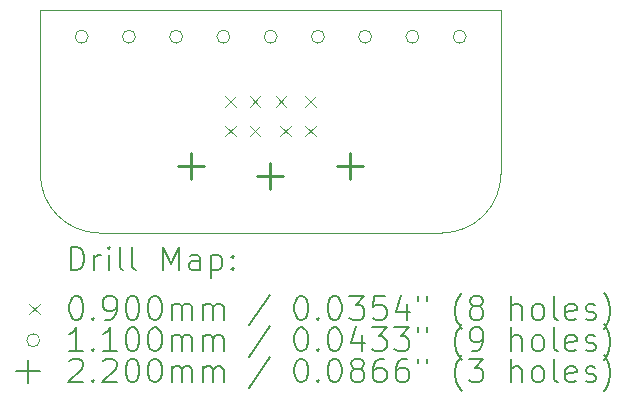
<source format=gbr>
%TF.GenerationSoftware,KiCad,Pcbnew,9.0.6*%
%TF.CreationDate,2026-02-06T14:40:23-05:00*%
%TF.ProjectId,DQ PS2 Controller Adapter,44512050-5332-4204-936f-6e74726f6c6c,1.0*%
%TF.SameCoordinates,Original*%
%TF.FileFunction,Drillmap*%
%TF.FilePolarity,Positive*%
%FSLAX45Y45*%
G04 Gerber Fmt 4.5, Leading zero omitted, Abs format (unit mm)*
G04 Created by KiCad (PCBNEW 9.0.6) date 2026-02-06 14:40:23*
%MOMM*%
%LPD*%
G01*
G04 APERTURE LIST*
%ADD10C,0.100000*%
%ADD11C,0.200000*%
%ADD12C,0.110000*%
%ADD13C,0.220000*%
G04 APERTURE END LIST*
D10*
X17017000Y-10153959D02*
G75*
G02*
X16517000Y-10653960I-500000J-1D01*
G01*
X17017000Y-10153959D02*
X17017000Y-8763000D01*
X13617000Y-10653959D02*
G75*
G02*
X13117001Y-10153959I0J499999D01*
G01*
X13617000Y-10653959D02*
X16517000Y-10653959D01*
X13117000Y-8763000D02*
X13117000Y-10153959D01*
X17017000Y-8763000D02*
X13117000Y-8763000D01*
D11*
D10*
X14680000Y-9495000D02*
X14770000Y-9585000D01*
X14770000Y-9495000D02*
X14680000Y-9585000D01*
X14680000Y-9745000D02*
X14770000Y-9835000D01*
X14770000Y-9745000D02*
X14680000Y-9835000D01*
X14890000Y-9495000D02*
X14980000Y-9585000D01*
X14980000Y-9495000D02*
X14890000Y-9585000D01*
X14890000Y-9745000D02*
X14980000Y-9835000D01*
X14980000Y-9745000D02*
X14890000Y-9835000D01*
X15110000Y-9495000D02*
X15200000Y-9585000D01*
X15200000Y-9495000D02*
X15110000Y-9585000D01*
X15150000Y-9745000D02*
X15240000Y-9835000D01*
X15240000Y-9745000D02*
X15150000Y-9835000D01*
X15360000Y-9495000D02*
X15450000Y-9585000D01*
X15450000Y-9495000D02*
X15360000Y-9585000D01*
X15360000Y-9745000D02*
X15450000Y-9835000D01*
X15450000Y-9745000D02*
X15360000Y-9835000D01*
D12*
X13522000Y-8993000D02*
G75*
G02*
X13412000Y-8993000I-55000J0D01*
G01*
X13412000Y-8993000D02*
G75*
G02*
X13522000Y-8993000I55000J0D01*
G01*
X13922000Y-8993000D02*
G75*
G02*
X13812000Y-8993000I-55000J0D01*
G01*
X13812000Y-8993000D02*
G75*
G02*
X13922000Y-8993000I55000J0D01*
G01*
X14322000Y-8993000D02*
G75*
G02*
X14212000Y-8993000I-55000J0D01*
G01*
X14212000Y-8993000D02*
G75*
G02*
X14322000Y-8993000I55000J0D01*
G01*
X14722000Y-8993000D02*
G75*
G02*
X14612000Y-8993000I-55000J0D01*
G01*
X14612000Y-8993000D02*
G75*
G02*
X14722000Y-8993000I55000J0D01*
G01*
X15122000Y-8993000D02*
G75*
G02*
X15012000Y-8993000I-55000J0D01*
G01*
X15012000Y-8993000D02*
G75*
G02*
X15122000Y-8993000I55000J0D01*
G01*
X15522000Y-8993000D02*
G75*
G02*
X15412000Y-8993000I-55000J0D01*
G01*
X15412000Y-8993000D02*
G75*
G02*
X15522000Y-8993000I55000J0D01*
G01*
X15922000Y-8993000D02*
G75*
G02*
X15812000Y-8993000I-55000J0D01*
G01*
X15812000Y-8993000D02*
G75*
G02*
X15922000Y-8993000I55000J0D01*
G01*
X16322000Y-8993000D02*
G75*
G02*
X16212000Y-8993000I-55000J0D01*
G01*
X16212000Y-8993000D02*
G75*
G02*
X16322000Y-8993000I55000J0D01*
G01*
X16722000Y-8993000D02*
G75*
G02*
X16612000Y-8993000I-55000J0D01*
G01*
X16612000Y-8993000D02*
G75*
G02*
X16722000Y-8993000I55000J0D01*
G01*
D13*
X14390000Y-9980000D02*
X14390000Y-10200000D01*
X14280000Y-10090000D02*
X14500000Y-10090000D01*
X15065000Y-10061000D02*
X15065000Y-10281000D01*
X14955000Y-10171000D02*
X15175000Y-10171000D01*
X15740000Y-9980000D02*
X15740000Y-10200000D01*
X15630000Y-10090000D02*
X15850000Y-10090000D01*
D11*
X13372777Y-10970444D02*
X13372777Y-10770444D01*
X13372777Y-10770444D02*
X13420396Y-10770444D01*
X13420396Y-10770444D02*
X13448967Y-10779968D01*
X13448967Y-10779968D02*
X13468015Y-10799015D01*
X13468015Y-10799015D02*
X13477539Y-10818063D01*
X13477539Y-10818063D02*
X13487062Y-10856158D01*
X13487062Y-10856158D02*
X13487062Y-10884730D01*
X13487062Y-10884730D02*
X13477539Y-10922825D01*
X13477539Y-10922825D02*
X13468015Y-10941872D01*
X13468015Y-10941872D02*
X13448967Y-10960920D01*
X13448967Y-10960920D02*
X13420396Y-10970444D01*
X13420396Y-10970444D02*
X13372777Y-10970444D01*
X13572777Y-10970444D02*
X13572777Y-10837110D01*
X13572777Y-10875206D02*
X13582301Y-10856158D01*
X13582301Y-10856158D02*
X13591824Y-10846634D01*
X13591824Y-10846634D02*
X13610872Y-10837110D01*
X13610872Y-10837110D02*
X13629920Y-10837110D01*
X13696586Y-10970444D02*
X13696586Y-10837110D01*
X13696586Y-10770444D02*
X13687062Y-10779968D01*
X13687062Y-10779968D02*
X13696586Y-10789491D01*
X13696586Y-10789491D02*
X13706110Y-10779968D01*
X13706110Y-10779968D02*
X13696586Y-10770444D01*
X13696586Y-10770444D02*
X13696586Y-10789491D01*
X13820396Y-10970444D02*
X13801348Y-10960920D01*
X13801348Y-10960920D02*
X13791824Y-10941872D01*
X13791824Y-10941872D02*
X13791824Y-10770444D01*
X13925158Y-10970444D02*
X13906110Y-10960920D01*
X13906110Y-10960920D02*
X13896586Y-10941872D01*
X13896586Y-10941872D02*
X13896586Y-10770444D01*
X14153729Y-10970444D02*
X14153729Y-10770444D01*
X14153729Y-10770444D02*
X14220396Y-10913301D01*
X14220396Y-10913301D02*
X14287062Y-10770444D01*
X14287062Y-10770444D02*
X14287062Y-10970444D01*
X14468015Y-10970444D02*
X14468015Y-10865682D01*
X14468015Y-10865682D02*
X14458491Y-10846634D01*
X14458491Y-10846634D02*
X14439443Y-10837110D01*
X14439443Y-10837110D02*
X14401348Y-10837110D01*
X14401348Y-10837110D02*
X14382301Y-10846634D01*
X14468015Y-10960920D02*
X14448967Y-10970444D01*
X14448967Y-10970444D02*
X14401348Y-10970444D01*
X14401348Y-10970444D02*
X14382301Y-10960920D01*
X14382301Y-10960920D02*
X14372777Y-10941872D01*
X14372777Y-10941872D02*
X14372777Y-10922825D01*
X14372777Y-10922825D02*
X14382301Y-10903777D01*
X14382301Y-10903777D02*
X14401348Y-10894253D01*
X14401348Y-10894253D02*
X14448967Y-10894253D01*
X14448967Y-10894253D02*
X14468015Y-10884730D01*
X14563253Y-10837110D02*
X14563253Y-11037110D01*
X14563253Y-10846634D02*
X14582301Y-10837110D01*
X14582301Y-10837110D02*
X14620396Y-10837110D01*
X14620396Y-10837110D02*
X14639443Y-10846634D01*
X14639443Y-10846634D02*
X14648967Y-10856158D01*
X14648967Y-10856158D02*
X14658491Y-10875206D01*
X14658491Y-10875206D02*
X14658491Y-10932349D01*
X14658491Y-10932349D02*
X14648967Y-10951396D01*
X14648967Y-10951396D02*
X14639443Y-10960920D01*
X14639443Y-10960920D02*
X14620396Y-10970444D01*
X14620396Y-10970444D02*
X14582301Y-10970444D01*
X14582301Y-10970444D02*
X14563253Y-10960920D01*
X14744205Y-10951396D02*
X14753729Y-10960920D01*
X14753729Y-10960920D02*
X14744205Y-10970444D01*
X14744205Y-10970444D02*
X14734682Y-10960920D01*
X14734682Y-10960920D02*
X14744205Y-10951396D01*
X14744205Y-10951396D02*
X14744205Y-10970444D01*
X14744205Y-10846634D02*
X14753729Y-10856158D01*
X14753729Y-10856158D02*
X14744205Y-10865682D01*
X14744205Y-10865682D02*
X14734682Y-10856158D01*
X14734682Y-10856158D02*
X14744205Y-10846634D01*
X14744205Y-10846634D02*
X14744205Y-10865682D01*
D10*
X13022000Y-11253960D02*
X13112000Y-11343960D01*
X13112000Y-11253960D02*
X13022000Y-11343960D01*
D11*
X13410872Y-11190444D02*
X13429920Y-11190444D01*
X13429920Y-11190444D02*
X13448967Y-11199968D01*
X13448967Y-11199968D02*
X13458491Y-11209491D01*
X13458491Y-11209491D02*
X13468015Y-11228539D01*
X13468015Y-11228539D02*
X13477539Y-11266634D01*
X13477539Y-11266634D02*
X13477539Y-11314253D01*
X13477539Y-11314253D02*
X13468015Y-11352348D01*
X13468015Y-11352348D02*
X13458491Y-11371396D01*
X13458491Y-11371396D02*
X13448967Y-11380920D01*
X13448967Y-11380920D02*
X13429920Y-11390444D01*
X13429920Y-11390444D02*
X13410872Y-11390444D01*
X13410872Y-11390444D02*
X13391824Y-11380920D01*
X13391824Y-11380920D02*
X13382301Y-11371396D01*
X13382301Y-11371396D02*
X13372777Y-11352348D01*
X13372777Y-11352348D02*
X13363253Y-11314253D01*
X13363253Y-11314253D02*
X13363253Y-11266634D01*
X13363253Y-11266634D02*
X13372777Y-11228539D01*
X13372777Y-11228539D02*
X13382301Y-11209491D01*
X13382301Y-11209491D02*
X13391824Y-11199968D01*
X13391824Y-11199968D02*
X13410872Y-11190444D01*
X13563253Y-11371396D02*
X13572777Y-11380920D01*
X13572777Y-11380920D02*
X13563253Y-11390444D01*
X13563253Y-11390444D02*
X13553729Y-11380920D01*
X13553729Y-11380920D02*
X13563253Y-11371396D01*
X13563253Y-11371396D02*
X13563253Y-11390444D01*
X13668015Y-11390444D02*
X13706110Y-11390444D01*
X13706110Y-11390444D02*
X13725158Y-11380920D01*
X13725158Y-11380920D02*
X13734682Y-11371396D01*
X13734682Y-11371396D02*
X13753729Y-11342825D01*
X13753729Y-11342825D02*
X13763253Y-11304729D01*
X13763253Y-11304729D02*
X13763253Y-11228539D01*
X13763253Y-11228539D02*
X13753729Y-11209491D01*
X13753729Y-11209491D02*
X13744205Y-11199968D01*
X13744205Y-11199968D02*
X13725158Y-11190444D01*
X13725158Y-11190444D02*
X13687062Y-11190444D01*
X13687062Y-11190444D02*
X13668015Y-11199968D01*
X13668015Y-11199968D02*
X13658491Y-11209491D01*
X13658491Y-11209491D02*
X13648967Y-11228539D01*
X13648967Y-11228539D02*
X13648967Y-11276158D01*
X13648967Y-11276158D02*
X13658491Y-11295206D01*
X13658491Y-11295206D02*
X13668015Y-11304729D01*
X13668015Y-11304729D02*
X13687062Y-11314253D01*
X13687062Y-11314253D02*
X13725158Y-11314253D01*
X13725158Y-11314253D02*
X13744205Y-11304729D01*
X13744205Y-11304729D02*
X13753729Y-11295206D01*
X13753729Y-11295206D02*
X13763253Y-11276158D01*
X13887062Y-11190444D02*
X13906110Y-11190444D01*
X13906110Y-11190444D02*
X13925158Y-11199968D01*
X13925158Y-11199968D02*
X13934682Y-11209491D01*
X13934682Y-11209491D02*
X13944205Y-11228539D01*
X13944205Y-11228539D02*
X13953729Y-11266634D01*
X13953729Y-11266634D02*
X13953729Y-11314253D01*
X13953729Y-11314253D02*
X13944205Y-11352348D01*
X13944205Y-11352348D02*
X13934682Y-11371396D01*
X13934682Y-11371396D02*
X13925158Y-11380920D01*
X13925158Y-11380920D02*
X13906110Y-11390444D01*
X13906110Y-11390444D02*
X13887062Y-11390444D01*
X13887062Y-11390444D02*
X13868015Y-11380920D01*
X13868015Y-11380920D02*
X13858491Y-11371396D01*
X13858491Y-11371396D02*
X13848967Y-11352348D01*
X13848967Y-11352348D02*
X13839443Y-11314253D01*
X13839443Y-11314253D02*
X13839443Y-11266634D01*
X13839443Y-11266634D02*
X13848967Y-11228539D01*
X13848967Y-11228539D02*
X13858491Y-11209491D01*
X13858491Y-11209491D02*
X13868015Y-11199968D01*
X13868015Y-11199968D02*
X13887062Y-11190444D01*
X14077539Y-11190444D02*
X14096586Y-11190444D01*
X14096586Y-11190444D02*
X14115634Y-11199968D01*
X14115634Y-11199968D02*
X14125158Y-11209491D01*
X14125158Y-11209491D02*
X14134682Y-11228539D01*
X14134682Y-11228539D02*
X14144205Y-11266634D01*
X14144205Y-11266634D02*
X14144205Y-11314253D01*
X14144205Y-11314253D02*
X14134682Y-11352348D01*
X14134682Y-11352348D02*
X14125158Y-11371396D01*
X14125158Y-11371396D02*
X14115634Y-11380920D01*
X14115634Y-11380920D02*
X14096586Y-11390444D01*
X14096586Y-11390444D02*
X14077539Y-11390444D01*
X14077539Y-11390444D02*
X14058491Y-11380920D01*
X14058491Y-11380920D02*
X14048967Y-11371396D01*
X14048967Y-11371396D02*
X14039443Y-11352348D01*
X14039443Y-11352348D02*
X14029920Y-11314253D01*
X14029920Y-11314253D02*
X14029920Y-11266634D01*
X14029920Y-11266634D02*
X14039443Y-11228539D01*
X14039443Y-11228539D02*
X14048967Y-11209491D01*
X14048967Y-11209491D02*
X14058491Y-11199968D01*
X14058491Y-11199968D02*
X14077539Y-11190444D01*
X14229920Y-11390444D02*
X14229920Y-11257110D01*
X14229920Y-11276158D02*
X14239443Y-11266634D01*
X14239443Y-11266634D02*
X14258491Y-11257110D01*
X14258491Y-11257110D02*
X14287063Y-11257110D01*
X14287063Y-11257110D02*
X14306110Y-11266634D01*
X14306110Y-11266634D02*
X14315634Y-11285682D01*
X14315634Y-11285682D02*
X14315634Y-11390444D01*
X14315634Y-11285682D02*
X14325158Y-11266634D01*
X14325158Y-11266634D02*
X14344205Y-11257110D01*
X14344205Y-11257110D02*
X14372777Y-11257110D01*
X14372777Y-11257110D02*
X14391824Y-11266634D01*
X14391824Y-11266634D02*
X14401348Y-11285682D01*
X14401348Y-11285682D02*
X14401348Y-11390444D01*
X14496586Y-11390444D02*
X14496586Y-11257110D01*
X14496586Y-11276158D02*
X14506110Y-11266634D01*
X14506110Y-11266634D02*
X14525158Y-11257110D01*
X14525158Y-11257110D02*
X14553729Y-11257110D01*
X14553729Y-11257110D02*
X14572777Y-11266634D01*
X14572777Y-11266634D02*
X14582301Y-11285682D01*
X14582301Y-11285682D02*
X14582301Y-11390444D01*
X14582301Y-11285682D02*
X14591824Y-11266634D01*
X14591824Y-11266634D02*
X14610872Y-11257110D01*
X14610872Y-11257110D02*
X14639443Y-11257110D01*
X14639443Y-11257110D02*
X14658491Y-11266634D01*
X14658491Y-11266634D02*
X14668015Y-11285682D01*
X14668015Y-11285682D02*
X14668015Y-11390444D01*
X15058491Y-11180920D02*
X14887063Y-11438063D01*
X15315634Y-11190444D02*
X15334682Y-11190444D01*
X15334682Y-11190444D02*
X15353729Y-11199968D01*
X15353729Y-11199968D02*
X15363253Y-11209491D01*
X15363253Y-11209491D02*
X15372777Y-11228539D01*
X15372777Y-11228539D02*
X15382301Y-11266634D01*
X15382301Y-11266634D02*
X15382301Y-11314253D01*
X15382301Y-11314253D02*
X15372777Y-11352348D01*
X15372777Y-11352348D02*
X15363253Y-11371396D01*
X15363253Y-11371396D02*
X15353729Y-11380920D01*
X15353729Y-11380920D02*
X15334682Y-11390444D01*
X15334682Y-11390444D02*
X15315634Y-11390444D01*
X15315634Y-11390444D02*
X15296586Y-11380920D01*
X15296586Y-11380920D02*
X15287063Y-11371396D01*
X15287063Y-11371396D02*
X15277539Y-11352348D01*
X15277539Y-11352348D02*
X15268015Y-11314253D01*
X15268015Y-11314253D02*
X15268015Y-11266634D01*
X15268015Y-11266634D02*
X15277539Y-11228539D01*
X15277539Y-11228539D02*
X15287063Y-11209491D01*
X15287063Y-11209491D02*
X15296586Y-11199968D01*
X15296586Y-11199968D02*
X15315634Y-11190444D01*
X15468015Y-11371396D02*
X15477539Y-11380920D01*
X15477539Y-11380920D02*
X15468015Y-11390444D01*
X15468015Y-11390444D02*
X15458491Y-11380920D01*
X15458491Y-11380920D02*
X15468015Y-11371396D01*
X15468015Y-11371396D02*
X15468015Y-11390444D01*
X15601348Y-11190444D02*
X15620396Y-11190444D01*
X15620396Y-11190444D02*
X15639444Y-11199968D01*
X15639444Y-11199968D02*
X15648967Y-11209491D01*
X15648967Y-11209491D02*
X15658491Y-11228539D01*
X15658491Y-11228539D02*
X15668015Y-11266634D01*
X15668015Y-11266634D02*
X15668015Y-11314253D01*
X15668015Y-11314253D02*
X15658491Y-11352348D01*
X15658491Y-11352348D02*
X15648967Y-11371396D01*
X15648967Y-11371396D02*
X15639444Y-11380920D01*
X15639444Y-11380920D02*
X15620396Y-11390444D01*
X15620396Y-11390444D02*
X15601348Y-11390444D01*
X15601348Y-11390444D02*
X15582301Y-11380920D01*
X15582301Y-11380920D02*
X15572777Y-11371396D01*
X15572777Y-11371396D02*
X15563253Y-11352348D01*
X15563253Y-11352348D02*
X15553729Y-11314253D01*
X15553729Y-11314253D02*
X15553729Y-11266634D01*
X15553729Y-11266634D02*
X15563253Y-11228539D01*
X15563253Y-11228539D02*
X15572777Y-11209491D01*
X15572777Y-11209491D02*
X15582301Y-11199968D01*
X15582301Y-11199968D02*
X15601348Y-11190444D01*
X15734682Y-11190444D02*
X15858491Y-11190444D01*
X15858491Y-11190444D02*
X15791825Y-11266634D01*
X15791825Y-11266634D02*
X15820396Y-11266634D01*
X15820396Y-11266634D02*
X15839444Y-11276158D01*
X15839444Y-11276158D02*
X15848967Y-11285682D01*
X15848967Y-11285682D02*
X15858491Y-11304729D01*
X15858491Y-11304729D02*
X15858491Y-11352348D01*
X15858491Y-11352348D02*
X15848967Y-11371396D01*
X15848967Y-11371396D02*
X15839444Y-11380920D01*
X15839444Y-11380920D02*
X15820396Y-11390444D01*
X15820396Y-11390444D02*
X15763253Y-11390444D01*
X15763253Y-11390444D02*
X15744206Y-11380920D01*
X15744206Y-11380920D02*
X15734682Y-11371396D01*
X16039444Y-11190444D02*
X15944206Y-11190444D01*
X15944206Y-11190444D02*
X15934682Y-11285682D01*
X15934682Y-11285682D02*
X15944206Y-11276158D01*
X15944206Y-11276158D02*
X15963253Y-11266634D01*
X15963253Y-11266634D02*
X16010872Y-11266634D01*
X16010872Y-11266634D02*
X16029920Y-11276158D01*
X16029920Y-11276158D02*
X16039444Y-11285682D01*
X16039444Y-11285682D02*
X16048967Y-11304729D01*
X16048967Y-11304729D02*
X16048967Y-11352348D01*
X16048967Y-11352348D02*
X16039444Y-11371396D01*
X16039444Y-11371396D02*
X16029920Y-11380920D01*
X16029920Y-11380920D02*
X16010872Y-11390444D01*
X16010872Y-11390444D02*
X15963253Y-11390444D01*
X15963253Y-11390444D02*
X15944206Y-11380920D01*
X15944206Y-11380920D02*
X15934682Y-11371396D01*
X16220396Y-11257110D02*
X16220396Y-11390444D01*
X16172777Y-11180920D02*
X16125158Y-11323777D01*
X16125158Y-11323777D02*
X16248967Y-11323777D01*
X16315634Y-11190444D02*
X16315634Y-11228539D01*
X16391825Y-11190444D02*
X16391825Y-11228539D01*
X16687063Y-11466634D02*
X16677539Y-11457110D01*
X16677539Y-11457110D02*
X16658491Y-11428539D01*
X16658491Y-11428539D02*
X16648968Y-11409491D01*
X16648968Y-11409491D02*
X16639444Y-11380920D01*
X16639444Y-11380920D02*
X16629920Y-11333301D01*
X16629920Y-11333301D02*
X16629920Y-11295206D01*
X16629920Y-11295206D02*
X16639444Y-11247587D01*
X16639444Y-11247587D02*
X16648968Y-11219015D01*
X16648968Y-11219015D02*
X16658491Y-11199968D01*
X16658491Y-11199968D02*
X16677539Y-11171396D01*
X16677539Y-11171396D02*
X16687063Y-11161872D01*
X16791825Y-11276158D02*
X16772777Y-11266634D01*
X16772777Y-11266634D02*
X16763253Y-11257110D01*
X16763253Y-11257110D02*
X16753729Y-11238063D01*
X16753729Y-11238063D02*
X16753729Y-11228539D01*
X16753729Y-11228539D02*
X16763253Y-11209491D01*
X16763253Y-11209491D02*
X16772777Y-11199968D01*
X16772777Y-11199968D02*
X16791825Y-11190444D01*
X16791825Y-11190444D02*
X16829920Y-11190444D01*
X16829920Y-11190444D02*
X16848968Y-11199968D01*
X16848968Y-11199968D02*
X16858491Y-11209491D01*
X16858491Y-11209491D02*
X16868015Y-11228539D01*
X16868015Y-11228539D02*
X16868015Y-11238063D01*
X16868015Y-11238063D02*
X16858491Y-11257110D01*
X16858491Y-11257110D02*
X16848968Y-11266634D01*
X16848968Y-11266634D02*
X16829920Y-11276158D01*
X16829920Y-11276158D02*
X16791825Y-11276158D01*
X16791825Y-11276158D02*
X16772777Y-11285682D01*
X16772777Y-11285682D02*
X16763253Y-11295206D01*
X16763253Y-11295206D02*
X16753729Y-11314253D01*
X16753729Y-11314253D02*
X16753729Y-11352348D01*
X16753729Y-11352348D02*
X16763253Y-11371396D01*
X16763253Y-11371396D02*
X16772777Y-11380920D01*
X16772777Y-11380920D02*
X16791825Y-11390444D01*
X16791825Y-11390444D02*
X16829920Y-11390444D01*
X16829920Y-11390444D02*
X16848968Y-11380920D01*
X16848968Y-11380920D02*
X16858491Y-11371396D01*
X16858491Y-11371396D02*
X16868015Y-11352348D01*
X16868015Y-11352348D02*
X16868015Y-11314253D01*
X16868015Y-11314253D02*
X16858491Y-11295206D01*
X16858491Y-11295206D02*
X16848968Y-11285682D01*
X16848968Y-11285682D02*
X16829920Y-11276158D01*
X17106111Y-11390444D02*
X17106111Y-11190444D01*
X17191825Y-11390444D02*
X17191825Y-11285682D01*
X17191825Y-11285682D02*
X17182301Y-11266634D01*
X17182301Y-11266634D02*
X17163253Y-11257110D01*
X17163253Y-11257110D02*
X17134682Y-11257110D01*
X17134682Y-11257110D02*
X17115634Y-11266634D01*
X17115634Y-11266634D02*
X17106111Y-11276158D01*
X17315634Y-11390444D02*
X17296587Y-11380920D01*
X17296587Y-11380920D02*
X17287063Y-11371396D01*
X17287063Y-11371396D02*
X17277539Y-11352348D01*
X17277539Y-11352348D02*
X17277539Y-11295206D01*
X17277539Y-11295206D02*
X17287063Y-11276158D01*
X17287063Y-11276158D02*
X17296587Y-11266634D01*
X17296587Y-11266634D02*
X17315634Y-11257110D01*
X17315634Y-11257110D02*
X17344206Y-11257110D01*
X17344206Y-11257110D02*
X17363253Y-11266634D01*
X17363253Y-11266634D02*
X17372777Y-11276158D01*
X17372777Y-11276158D02*
X17382301Y-11295206D01*
X17382301Y-11295206D02*
X17382301Y-11352348D01*
X17382301Y-11352348D02*
X17372777Y-11371396D01*
X17372777Y-11371396D02*
X17363253Y-11380920D01*
X17363253Y-11380920D02*
X17344206Y-11390444D01*
X17344206Y-11390444D02*
X17315634Y-11390444D01*
X17496587Y-11390444D02*
X17477539Y-11380920D01*
X17477539Y-11380920D02*
X17468015Y-11361872D01*
X17468015Y-11361872D02*
X17468015Y-11190444D01*
X17648968Y-11380920D02*
X17629920Y-11390444D01*
X17629920Y-11390444D02*
X17591825Y-11390444D01*
X17591825Y-11390444D02*
X17572777Y-11380920D01*
X17572777Y-11380920D02*
X17563253Y-11361872D01*
X17563253Y-11361872D02*
X17563253Y-11285682D01*
X17563253Y-11285682D02*
X17572777Y-11266634D01*
X17572777Y-11266634D02*
X17591825Y-11257110D01*
X17591825Y-11257110D02*
X17629920Y-11257110D01*
X17629920Y-11257110D02*
X17648968Y-11266634D01*
X17648968Y-11266634D02*
X17658492Y-11285682D01*
X17658492Y-11285682D02*
X17658492Y-11304729D01*
X17658492Y-11304729D02*
X17563253Y-11323777D01*
X17734682Y-11380920D02*
X17753730Y-11390444D01*
X17753730Y-11390444D02*
X17791825Y-11390444D01*
X17791825Y-11390444D02*
X17810873Y-11380920D01*
X17810873Y-11380920D02*
X17820396Y-11361872D01*
X17820396Y-11361872D02*
X17820396Y-11352348D01*
X17820396Y-11352348D02*
X17810873Y-11333301D01*
X17810873Y-11333301D02*
X17791825Y-11323777D01*
X17791825Y-11323777D02*
X17763253Y-11323777D01*
X17763253Y-11323777D02*
X17744206Y-11314253D01*
X17744206Y-11314253D02*
X17734682Y-11295206D01*
X17734682Y-11295206D02*
X17734682Y-11285682D01*
X17734682Y-11285682D02*
X17744206Y-11266634D01*
X17744206Y-11266634D02*
X17763253Y-11257110D01*
X17763253Y-11257110D02*
X17791825Y-11257110D01*
X17791825Y-11257110D02*
X17810873Y-11266634D01*
X17887063Y-11466634D02*
X17896587Y-11457110D01*
X17896587Y-11457110D02*
X17915634Y-11428539D01*
X17915634Y-11428539D02*
X17925158Y-11409491D01*
X17925158Y-11409491D02*
X17934682Y-11380920D01*
X17934682Y-11380920D02*
X17944206Y-11333301D01*
X17944206Y-11333301D02*
X17944206Y-11295206D01*
X17944206Y-11295206D02*
X17934682Y-11247587D01*
X17934682Y-11247587D02*
X17925158Y-11219015D01*
X17925158Y-11219015D02*
X17915634Y-11199968D01*
X17915634Y-11199968D02*
X17896587Y-11171396D01*
X17896587Y-11171396D02*
X17887063Y-11161872D01*
D12*
X13112000Y-11562960D02*
G75*
G02*
X13002000Y-11562960I-55000J0D01*
G01*
X13002000Y-11562960D02*
G75*
G02*
X13112000Y-11562960I55000J0D01*
G01*
D11*
X13477539Y-11654444D02*
X13363253Y-11654444D01*
X13420396Y-11654444D02*
X13420396Y-11454444D01*
X13420396Y-11454444D02*
X13401348Y-11483015D01*
X13401348Y-11483015D02*
X13382301Y-11502063D01*
X13382301Y-11502063D02*
X13363253Y-11511587D01*
X13563253Y-11635396D02*
X13572777Y-11644920D01*
X13572777Y-11644920D02*
X13563253Y-11654444D01*
X13563253Y-11654444D02*
X13553729Y-11644920D01*
X13553729Y-11644920D02*
X13563253Y-11635396D01*
X13563253Y-11635396D02*
X13563253Y-11654444D01*
X13763253Y-11654444D02*
X13648967Y-11654444D01*
X13706110Y-11654444D02*
X13706110Y-11454444D01*
X13706110Y-11454444D02*
X13687062Y-11483015D01*
X13687062Y-11483015D02*
X13668015Y-11502063D01*
X13668015Y-11502063D02*
X13648967Y-11511587D01*
X13887062Y-11454444D02*
X13906110Y-11454444D01*
X13906110Y-11454444D02*
X13925158Y-11463968D01*
X13925158Y-11463968D02*
X13934682Y-11473491D01*
X13934682Y-11473491D02*
X13944205Y-11492539D01*
X13944205Y-11492539D02*
X13953729Y-11530634D01*
X13953729Y-11530634D02*
X13953729Y-11578253D01*
X13953729Y-11578253D02*
X13944205Y-11616348D01*
X13944205Y-11616348D02*
X13934682Y-11635396D01*
X13934682Y-11635396D02*
X13925158Y-11644920D01*
X13925158Y-11644920D02*
X13906110Y-11654444D01*
X13906110Y-11654444D02*
X13887062Y-11654444D01*
X13887062Y-11654444D02*
X13868015Y-11644920D01*
X13868015Y-11644920D02*
X13858491Y-11635396D01*
X13858491Y-11635396D02*
X13848967Y-11616348D01*
X13848967Y-11616348D02*
X13839443Y-11578253D01*
X13839443Y-11578253D02*
X13839443Y-11530634D01*
X13839443Y-11530634D02*
X13848967Y-11492539D01*
X13848967Y-11492539D02*
X13858491Y-11473491D01*
X13858491Y-11473491D02*
X13868015Y-11463968D01*
X13868015Y-11463968D02*
X13887062Y-11454444D01*
X14077539Y-11454444D02*
X14096586Y-11454444D01*
X14096586Y-11454444D02*
X14115634Y-11463968D01*
X14115634Y-11463968D02*
X14125158Y-11473491D01*
X14125158Y-11473491D02*
X14134682Y-11492539D01*
X14134682Y-11492539D02*
X14144205Y-11530634D01*
X14144205Y-11530634D02*
X14144205Y-11578253D01*
X14144205Y-11578253D02*
X14134682Y-11616348D01*
X14134682Y-11616348D02*
X14125158Y-11635396D01*
X14125158Y-11635396D02*
X14115634Y-11644920D01*
X14115634Y-11644920D02*
X14096586Y-11654444D01*
X14096586Y-11654444D02*
X14077539Y-11654444D01*
X14077539Y-11654444D02*
X14058491Y-11644920D01*
X14058491Y-11644920D02*
X14048967Y-11635396D01*
X14048967Y-11635396D02*
X14039443Y-11616348D01*
X14039443Y-11616348D02*
X14029920Y-11578253D01*
X14029920Y-11578253D02*
X14029920Y-11530634D01*
X14029920Y-11530634D02*
X14039443Y-11492539D01*
X14039443Y-11492539D02*
X14048967Y-11473491D01*
X14048967Y-11473491D02*
X14058491Y-11463968D01*
X14058491Y-11463968D02*
X14077539Y-11454444D01*
X14229920Y-11654444D02*
X14229920Y-11521110D01*
X14229920Y-11540158D02*
X14239443Y-11530634D01*
X14239443Y-11530634D02*
X14258491Y-11521110D01*
X14258491Y-11521110D02*
X14287063Y-11521110D01*
X14287063Y-11521110D02*
X14306110Y-11530634D01*
X14306110Y-11530634D02*
X14315634Y-11549682D01*
X14315634Y-11549682D02*
X14315634Y-11654444D01*
X14315634Y-11549682D02*
X14325158Y-11530634D01*
X14325158Y-11530634D02*
X14344205Y-11521110D01*
X14344205Y-11521110D02*
X14372777Y-11521110D01*
X14372777Y-11521110D02*
X14391824Y-11530634D01*
X14391824Y-11530634D02*
X14401348Y-11549682D01*
X14401348Y-11549682D02*
X14401348Y-11654444D01*
X14496586Y-11654444D02*
X14496586Y-11521110D01*
X14496586Y-11540158D02*
X14506110Y-11530634D01*
X14506110Y-11530634D02*
X14525158Y-11521110D01*
X14525158Y-11521110D02*
X14553729Y-11521110D01*
X14553729Y-11521110D02*
X14572777Y-11530634D01*
X14572777Y-11530634D02*
X14582301Y-11549682D01*
X14582301Y-11549682D02*
X14582301Y-11654444D01*
X14582301Y-11549682D02*
X14591824Y-11530634D01*
X14591824Y-11530634D02*
X14610872Y-11521110D01*
X14610872Y-11521110D02*
X14639443Y-11521110D01*
X14639443Y-11521110D02*
X14658491Y-11530634D01*
X14658491Y-11530634D02*
X14668015Y-11549682D01*
X14668015Y-11549682D02*
X14668015Y-11654444D01*
X15058491Y-11444920D02*
X14887063Y-11702063D01*
X15315634Y-11454444D02*
X15334682Y-11454444D01*
X15334682Y-11454444D02*
X15353729Y-11463968D01*
X15353729Y-11463968D02*
X15363253Y-11473491D01*
X15363253Y-11473491D02*
X15372777Y-11492539D01*
X15372777Y-11492539D02*
X15382301Y-11530634D01*
X15382301Y-11530634D02*
X15382301Y-11578253D01*
X15382301Y-11578253D02*
X15372777Y-11616348D01*
X15372777Y-11616348D02*
X15363253Y-11635396D01*
X15363253Y-11635396D02*
X15353729Y-11644920D01*
X15353729Y-11644920D02*
X15334682Y-11654444D01*
X15334682Y-11654444D02*
X15315634Y-11654444D01*
X15315634Y-11654444D02*
X15296586Y-11644920D01*
X15296586Y-11644920D02*
X15287063Y-11635396D01*
X15287063Y-11635396D02*
X15277539Y-11616348D01*
X15277539Y-11616348D02*
X15268015Y-11578253D01*
X15268015Y-11578253D02*
X15268015Y-11530634D01*
X15268015Y-11530634D02*
X15277539Y-11492539D01*
X15277539Y-11492539D02*
X15287063Y-11473491D01*
X15287063Y-11473491D02*
X15296586Y-11463968D01*
X15296586Y-11463968D02*
X15315634Y-11454444D01*
X15468015Y-11635396D02*
X15477539Y-11644920D01*
X15477539Y-11644920D02*
X15468015Y-11654444D01*
X15468015Y-11654444D02*
X15458491Y-11644920D01*
X15458491Y-11644920D02*
X15468015Y-11635396D01*
X15468015Y-11635396D02*
X15468015Y-11654444D01*
X15601348Y-11454444D02*
X15620396Y-11454444D01*
X15620396Y-11454444D02*
X15639444Y-11463968D01*
X15639444Y-11463968D02*
X15648967Y-11473491D01*
X15648967Y-11473491D02*
X15658491Y-11492539D01*
X15658491Y-11492539D02*
X15668015Y-11530634D01*
X15668015Y-11530634D02*
X15668015Y-11578253D01*
X15668015Y-11578253D02*
X15658491Y-11616348D01*
X15658491Y-11616348D02*
X15648967Y-11635396D01*
X15648967Y-11635396D02*
X15639444Y-11644920D01*
X15639444Y-11644920D02*
X15620396Y-11654444D01*
X15620396Y-11654444D02*
X15601348Y-11654444D01*
X15601348Y-11654444D02*
X15582301Y-11644920D01*
X15582301Y-11644920D02*
X15572777Y-11635396D01*
X15572777Y-11635396D02*
X15563253Y-11616348D01*
X15563253Y-11616348D02*
X15553729Y-11578253D01*
X15553729Y-11578253D02*
X15553729Y-11530634D01*
X15553729Y-11530634D02*
X15563253Y-11492539D01*
X15563253Y-11492539D02*
X15572777Y-11473491D01*
X15572777Y-11473491D02*
X15582301Y-11463968D01*
X15582301Y-11463968D02*
X15601348Y-11454444D01*
X15839444Y-11521110D02*
X15839444Y-11654444D01*
X15791825Y-11444920D02*
X15744206Y-11587777D01*
X15744206Y-11587777D02*
X15868015Y-11587777D01*
X15925158Y-11454444D02*
X16048967Y-11454444D01*
X16048967Y-11454444D02*
X15982301Y-11530634D01*
X15982301Y-11530634D02*
X16010872Y-11530634D01*
X16010872Y-11530634D02*
X16029920Y-11540158D01*
X16029920Y-11540158D02*
X16039444Y-11549682D01*
X16039444Y-11549682D02*
X16048967Y-11568729D01*
X16048967Y-11568729D02*
X16048967Y-11616348D01*
X16048967Y-11616348D02*
X16039444Y-11635396D01*
X16039444Y-11635396D02*
X16029920Y-11644920D01*
X16029920Y-11644920D02*
X16010872Y-11654444D01*
X16010872Y-11654444D02*
X15953729Y-11654444D01*
X15953729Y-11654444D02*
X15934682Y-11644920D01*
X15934682Y-11644920D02*
X15925158Y-11635396D01*
X16115634Y-11454444D02*
X16239444Y-11454444D01*
X16239444Y-11454444D02*
X16172777Y-11530634D01*
X16172777Y-11530634D02*
X16201348Y-11530634D01*
X16201348Y-11530634D02*
X16220396Y-11540158D01*
X16220396Y-11540158D02*
X16229920Y-11549682D01*
X16229920Y-11549682D02*
X16239444Y-11568729D01*
X16239444Y-11568729D02*
X16239444Y-11616348D01*
X16239444Y-11616348D02*
X16229920Y-11635396D01*
X16229920Y-11635396D02*
X16220396Y-11644920D01*
X16220396Y-11644920D02*
X16201348Y-11654444D01*
X16201348Y-11654444D02*
X16144206Y-11654444D01*
X16144206Y-11654444D02*
X16125158Y-11644920D01*
X16125158Y-11644920D02*
X16115634Y-11635396D01*
X16315634Y-11454444D02*
X16315634Y-11492539D01*
X16391825Y-11454444D02*
X16391825Y-11492539D01*
X16687063Y-11730634D02*
X16677539Y-11721110D01*
X16677539Y-11721110D02*
X16658491Y-11692539D01*
X16658491Y-11692539D02*
X16648968Y-11673491D01*
X16648968Y-11673491D02*
X16639444Y-11644920D01*
X16639444Y-11644920D02*
X16629920Y-11597301D01*
X16629920Y-11597301D02*
X16629920Y-11559206D01*
X16629920Y-11559206D02*
X16639444Y-11511587D01*
X16639444Y-11511587D02*
X16648968Y-11483015D01*
X16648968Y-11483015D02*
X16658491Y-11463968D01*
X16658491Y-11463968D02*
X16677539Y-11435396D01*
X16677539Y-11435396D02*
X16687063Y-11425872D01*
X16772777Y-11654444D02*
X16810872Y-11654444D01*
X16810872Y-11654444D02*
X16829920Y-11644920D01*
X16829920Y-11644920D02*
X16839444Y-11635396D01*
X16839444Y-11635396D02*
X16858491Y-11606825D01*
X16858491Y-11606825D02*
X16868015Y-11568729D01*
X16868015Y-11568729D02*
X16868015Y-11492539D01*
X16868015Y-11492539D02*
X16858491Y-11473491D01*
X16858491Y-11473491D02*
X16848968Y-11463968D01*
X16848968Y-11463968D02*
X16829920Y-11454444D01*
X16829920Y-11454444D02*
X16791825Y-11454444D01*
X16791825Y-11454444D02*
X16772777Y-11463968D01*
X16772777Y-11463968D02*
X16763253Y-11473491D01*
X16763253Y-11473491D02*
X16753729Y-11492539D01*
X16753729Y-11492539D02*
X16753729Y-11540158D01*
X16753729Y-11540158D02*
X16763253Y-11559206D01*
X16763253Y-11559206D02*
X16772777Y-11568729D01*
X16772777Y-11568729D02*
X16791825Y-11578253D01*
X16791825Y-11578253D02*
X16829920Y-11578253D01*
X16829920Y-11578253D02*
X16848968Y-11568729D01*
X16848968Y-11568729D02*
X16858491Y-11559206D01*
X16858491Y-11559206D02*
X16868015Y-11540158D01*
X17106111Y-11654444D02*
X17106111Y-11454444D01*
X17191825Y-11654444D02*
X17191825Y-11549682D01*
X17191825Y-11549682D02*
X17182301Y-11530634D01*
X17182301Y-11530634D02*
X17163253Y-11521110D01*
X17163253Y-11521110D02*
X17134682Y-11521110D01*
X17134682Y-11521110D02*
X17115634Y-11530634D01*
X17115634Y-11530634D02*
X17106111Y-11540158D01*
X17315634Y-11654444D02*
X17296587Y-11644920D01*
X17296587Y-11644920D02*
X17287063Y-11635396D01*
X17287063Y-11635396D02*
X17277539Y-11616348D01*
X17277539Y-11616348D02*
X17277539Y-11559206D01*
X17277539Y-11559206D02*
X17287063Y-11540158D01*
X17287063Y-11540158D02*
X17296587Y-11530634D01*
X17296587Y-11530634D02*
X17315634Y-11521110D01*
X17315634Y-11521110D02*
X17344206Y-11521110D01*
X17344206Y-11521110D02*
X17363253Y-11530634D01*
X17363253Y-11530634D02*
X17372777Y-11540158D01*
X17372777Y-11540158D02*
X17382301Y-11559206D01*
X17382301Y-11559206D02*
X17382301Y-11616348D01*
X17382301Y-11616348D02*
X17372777Y-11635396D01*
X17372777Y-11635396D02*
X17363253Y-11644920D01*
X17363253Y-11644920D02*
X17344206Y-11654444D01*
X17344206Y-11654444D02*
X17315634Y-11654444D01*
X17496587Y-11654444D02*
X17477539Y-11644920D01*
X17477539Y-11644920D02*
X17468015Y-11625872D01*
X17468015Y-11625872D02*
X17468015Y-11454444D01*
X17648968Y-11644920D02*
X17629920Y-11654444D01*
X17629920Y-11654444D02*
X17591825Y-11654444D01*
X17591825Y-11654444D02*
X17572777Y-11644920D01*
X17572777Y-11644920D02*
X17563253Y-11625872D01*
X17563253Y-11625872D02*
X17563253Y-11549682D01*
X17563253Y-11549682D02*
X17572777Y-11530634D01*
X17572777Y-11530634D02*
X17591825Y-11521110D01*
X17591825Y-11521110D02*
X17629920Y-11521110D01*
X17629920Y-11521110D02*
X17648968Y-11530634D01*
X17648968Y-11530634D02*
X17658492Y-11549682D01*
X17658492Y-11549682D02*
X17658492Y-11568729D01*
X17658492Y-11568729D02*
X17563253Y-11587777D01*
X17734682Y-11644920D02*
X17753730Y-11654444D01*
X17753730Y-11654444D02*
X17791825Y-11654444D01*
X17791825Y-11654444D02*
X17810873Y-11644920D01*
X17810873Y-11644920D02*
X17820396Y-11625872D01*
X17820396Y-11625872D02*
X17820396Y-11616348D01*
X17820396Y-11616348D02*
X17810873Y-11597301D01*
X17810873Y-11597301D02*
X17791825Y-11587777D01*
X17791825Y-11587777D02*
X17763253Y-11587777D01*
X17763253Y-11587777D02*
X17744206Y-11578253D01*
X17744206Y-11578253D02*
X17734682Y-11559206D01*
X17734682Y-11559206D02*
X17734682Y-11549682D01*
X17734682Y-11549682D02*
X17744206Y-11530634D01*
X17744206Y-11530634D02*
X17763253Y-11521110D01*
X17763253Y-11521110D02*
X17791825Y-11521110D01*
X17791825Y-11521110D02*
X17810873Y-11530634D01*
X17887063Y-11730634D02*
X17896587Y-11721110D01*
X17896587Y-11721110D02*
X17915634Y-11692539D01*
X17915634Y-11692539D02*
X17925158Y-11673491D01*
X17925158Y-11673491D02*
X17934682Y-11644920D01*
X17934682Y-11644920D02*
X17944206Y-11597301D01*
X17944206Y-11597301D02*
X17944206Y-11559206D01*
X17944206Y-11559206D02*
X17934682Y-11511587D01*
X17934682Y-11511587D02*
X17925158Y-11483015D01*
X17925158Y-11483015D02*
X17915634Y-11463968D01*
X17915634Y-11463968D02*
X17896587Y-11435396D01*
X17896587Y-11435396D02*
X17887063Y-11425872D01*
X13012000Y-11726960D02*
X13012000Y-11926960D01*
X12912000Y-11826960D02*
X13112000Y-11826960D01*
X13363253Y-11737491D02*
X13372777Y-11727968D01*
X13372777Y-11727968D02*
X13391824Y-11718444D01*
X13391824Y-11718444D02*
X13439443Y-11718444D01*
X13439443Y-11718444D02*
X13458491Y-11727968D01*
X13458491Y-11727968D02*
X13468015Y-11737491D01*
X13468015Y-11737491D02*
X13477539Y-11756539D01*
X13477539Y-11756539D02*
X13477539Y-11775587D01*
X13477539Y-11775587D02*
X13468015Y-11804158D01*
X13468015Y-11804158D02*
X13353729Y-11918444D01*
X13353729Y-11918444D02*
X13477539Y-11918444D01*
X13563253Y-11899396D02*
X13572777Y-11908920D01*
X13572777Y-11908920D02*
X13563253Y-11918444D01*
X13563253Y-11918444D02*
X13553729Y-11908920D01*
X13553729Y-11908920D02*
X13563253Y-11899396D01*
X13563253Y-11899396D02*
X13563253Y-11918444D01*
X13648967Y-11737491D02*
X13658491Y-11727968D01*
X13658491Y-11727968D02*
X13677539Y-11718444D01*
X13677539Y-11718444D02*
X13725158Y-11718444D01*
X13725158Y-11718444D02*
X13744205Y-11727968D01*
X13744205Y-11727968D02*
X13753729Y-11737491D01*
X13753729Y-11737491D02*
X13763253Y-11756539D01*
X13763253Y-11756539D02*
X13763253Y-11775587D01*
X13763253Y-11775587D02*
X13753729Y-11804158D01*
X13753729Y-11804158D02*
X13639443Y-11918444D01*
X13639443Y-11918444D02*
X13763253Y-11918444D01*
X13887062Y-11718444D02*
X13906110Y-11718444D01*
X13906110Y-11718444D02*
X13925158Y-11727968D01*
X13925158Y-11727968D02*
X13934682Y-11737491D01*
X13934682Y-11737491D02*
X13944205Y-11756539D01*
X13944205Y-11756539D02*
X13953729Y-11794634D01*
X13953729Y-11794634D02*
X13953729Y-11842253D01*
X13953729Y-11842253D02*
X13944205Y-11880348D01*
X13944205Y-11880348D02*
X13934682Y-11899396D01*
X13934682Y-11899396D02*
X13925158Y-11908920D01*
X13925158Y-11908920D02*
X13906110Y-11918444D01*
X13906110Y-11918444D02*
X13887062Y-11918444D01*
X13887062Y-11918444D02*
X13868015Y-11908920D01*
X13868015Y-11908920D02*
X13858491Y-11899396D01*
X13858491Y-11899396D02*
X13848967Y-11880348D01*
X13848967Y-11880348D02*
X13839443Y-11842253D01*
X13839443Y-11842253D02*
X13839443Y-11794634D01*
X13839443Y-11794634D02*
X13848967Y-11756539D01*
X13848967Y-11756539D02*
X13858491Y-11737491D01*
X13858491Y-11737491D02*
X13868015Y-11727968D01*
X13868015Y-11727968D02*
X13887062Y-11718444D01*
X14077539Y-11718444D02*
X14096586Y-11718444D01*
X14096586Y-11718444D02*
X14115634Y-11727968D01*
X14115634Y-11727968D02*
X14125158Y-11737491D01*
X14125158Y-11737491D02*
X14134682Y-11756539D01*
X14134682Y-11756539D02*
X14144205Y-11794634D01*
X14144205Y-11794634D02*
X14144205Y-11842253D01*
X14144205Y-11842253D02*
X14134682Y-11880348D01*
X14134682Y-11880348D02*
X14125158Y-11899396D01*
X14125158Y-11899396D02*
X14115634Y-11908920D01*
X14115634Y-11908920D02*
X14096586Y-11918444D01*
X14096586Y-11918444D02*
X14077539Y-11918444D01*
X14077539Y-11918444D02*
X14058491Y-11908920D01*
X14058491Y-11908920D02*
X14048967Y-11899396D01*
X14048967Y-11899396D02*
X14039443Y-11880348D01*
X14039443Y-11880348D02*
X14029920Y-11842253D01*
X14029920Y-11842253D02*
X14029920Y-11794634D01*
X14029920Y-11794634D02*
X14039443Y-11756539D01*
X14039443Y-11756539D02*
X14048967Y-11737491D01*
X14048967Y-11737491D02*
X14058491Y-11727968D01*
X14058491Y-11727968D02*
X14077539Y-11718444D01*
X14229920Y-11918444D02*
X14229920Y-11785110D01*
X14229920Y-11804158D02*
X14239443Y-11794634D01*
X14239443Y-11794634D02*
X14258491Y-11785110D01*
X14258491Y-11785110D02*
X14287063Y-11785110D01*
X14287063Y-11785110D02*
X14306110Y-11794634D01*
X14306110Y-11794634D02*
X14315634Y-11813682D01*
X14315634Y-11813682D02*
X14315634Y-11918444D01*
X14315634Y-11813682D02*
X14325158Y-11794634D01*
X14325158Y-11794634D02*
X14344205Y-11785110D01*
X14344205Y-11785110D02*
X14372777Y-11785110D01*
X14372777Y-11785110D02*
X14391824Y-11794634D01*
X14391824Y-11794634D02*
X14401348Y-11813682D01*
X14401348Y-11813682D02*
X14401348Y-11918444D01*
X14496586Y-11918444D02*
X14496586Y-11785110D01*
X14496586Y-11804158D02*
X14506110Y-11794634D01*
X14506110Y-11794634D02*
X14525158Y-11785110D01*
X14525158Y-11785110D02*
X14553729Y-11785110D01*
X14553729Y-11785110D02*
X14572777Y-11794634D01*
X14572777Y-11794634D02*
X14582301Y-11813682D01*
X14582301Y-11813682D02*
X14582301Y-11918444D01*
X14582301Y-11813682D02*
X14591824Y-11794634D01*
X14591824Y-11794634D02*
X14610872Y-11785110D01*
X14610872Y-11785110D02*
X14639443Y-11785110D01*
X14639443Y-11785110D02*
X14658491Y-11794634D01*
X14658491Y-11794634D02*
X14668015Y-11813682D01*
X14668015Y-11813682D02*
X14668015Y-11918444D01*
X15058491Y-11708920D02*
X14887063Y-11966063D01*
X15315634Y-11718444D02*
X15334682Y-11718444D01*
X15334682Y-11718444D02*
X15353729Y-11727968D01*
X15353729Y-11727968D02*
X15363253Y-11737491D01*
X15363253Y-11737491D02*
X15372777Y-11756539D01*
X15372777Y-11756539D02*
X15382301Y-11794634D01*
X15382301Y-11794634D02*
X15382301Y-11842253D01*
X15382301Y-11842253D02*
X15372777Y-11880348D01*
X15372777Y-11880348D02*
X15363253Y-11899396D01*
X15363253Y-11899396D02*
X15353729Y-11908920D01*
X15353729Y-11908920D02*
X15334682Y-11918444D01*
X15334682Y-11918444D02*
X15315634Y-11918444D01*
X15315634Y-11918444D02*
X15296586Y-11908920D01*
X15296586Y-11908920D02*
X15287063Y-11899396D01*
X15287063Y-11899396D02*
X15277539Y-11880348D01*
X15277539Y-11880348D02*
X15268015Y-11842253D01*
X15268015Y-11842253D02*
X15268015Y-11794634D01*
X15268015Y-11794634D02*
X15277539Y-11756539D01*
X15277539Y-11756539D02*
X15287063Y-11737491D01*
X15287063Y-11737491D02*
X15296586Y-11727968D01*
X15296586Y-11727968D02*
X15315634Y-11718444D01*
X15468015Y-11899396D02*
X15477539Y-11908920D01*
X15477539Y-11908920D02*
X15468015Y-11918444D01*
X15468015Y-11918444D02*
X15458491Y-11908920D01*
X15458491Y-11908920D02*
X15468015Y-11899396D01*
X15468015Y-11899396D02*
X15468015Y-11918444D01*
X15601348Y-11718444D02*
X15620396Y-11718444D01*
X15620396Y-11718444D02*
X15639444Y-11727968D01*
X15639444Y-11727968D02*
X15648967Y-11737491D01*
X15648967Y-11737491D02*
X15658491Y-11756539D01*
X15658491Y-11756539D02*
X15668015Y-11794634D01*
X15668015Y-11794634D02*
X15668015Y-11842253D01*
X15668015Y-11842253D02*
X15658491Y-11880348D01*
X15658491Y-11880348D02*
X15648967Y-11899396D01*
X15648967Y-11899396D02*
X15639444Y-11908920D01*
X15639444Y-11908920D02*
X15620396Y-11918444D01*
X15620396Y-11918444D02*
X15601348Y-11918444D01*
X15601348Y-11918444D02*
X15582301Y-11908920D01*
X15582301Y-11908920D02*
X15572777Y-11899396D01*
X15572777Y-11899396D02*
X15563253Y-11880348D01*
X15563253Y-11880348D02*
X15553729Y-11842253D01*
X15553729Y-11842253D02*
X15553729Y-11794634D01*
X15553729Y-11794634D02*
X15563253Y-11756539D01*
X15563253Y-11756539D02*
X15572777Y-11737491D01*
X15572777Y-11737491D02*
X15582301Y-11727968D01*
X15582301Y-11727968D02*
X15601348Y-11718444D01*
X15782301Y-11804158D02*
X15763253Y-11794634D01*
X15763253Y-11794634D02*
X15753729Y-11785110D01*
X15753729Y-11785110D02*
X15744206Y-11766063D01*
X15744206Y-11766063D02*
X15744206Y-11756539D01*
X15744206Y-11756539D02*
X15753729Y-11737491D01*
X15753729Y-11737491D02*
X15763253Y-11727968D01*
X15763253Y-11727968D02*
X15782301Y-11718444D01*
X15782301Y-11718444D02*
X15820396Y-11718444D01*
X15820396Y-11718444D02*
X15839444Y-11727968D01*
X15839444Y-11727968D02*
X15848967Y-11737491D01*
X15848967Y-11737491D02*
X15858491Y-11756539D01*
X15858491Y-11756539D02*
X15858491Y-11766063D01*
X15858491Y-11766063D02*
X15848967Y-11785110D01*
X15848967Y-11785110D02*
X15839444Y-11794634D01*
X15839444Y-11794634D02*
X15820396Y-11804158D01*
X15820396Y-11804158D02*
X15782301Y-11804158D01*
X15782301Y-11804158D02*
X15763253Y-11813682D01*
X15763253Y-11813682D02*
X15753729Y-11823206D01*
X15753729Y-11823206D02*
X15744206Y-11842253D01*
X15744206Y-11842253D02*
X15744206Y-11880348D01*
X15744206Y-11880348D02*
X15753729Y-11899396D01*
X15753729Y-11899396D02*
X15763253Y-11908920D01*
X15763253Y-11908920D02*
X15782301Y-11918444D01*
X15782301Y-11918444D02*
X15820396Y-11918444D01*
X15820396Y-11918444D02*
X15839444Y-11908920D01*
X15839444Y-11908920D02*
X15848967Y-11899396D01*
X15848967Y-11899396D02*
X15858491Y-11880348D01*
X15858491Y-11880348D02*
X15858491Y-11842253D01*
X15858491Y-11842253D02*
X15848967Y-11823206D01*
X15848967Y-11823206D02*
X15839444Y-11813682D01*
X15839444Y-11813682D02*
X15820396Y-11804158D01*
X16029920Y-11718444D02*
X15991825Y-11718444D01*
X15991825Y-11718444D02*
X15972777Y-11727968D01*
X15972777Y-11727968D02*
X15963253Y-11737491D01*
X15963253Y-11737491D02*
X15944206Y-11766063D01*
X15944206Y-11766063D02*
X15934682Y-11804158D01*
X15934682Y-11804158D02*
X15934682Y-11880348D01*
X15934682Y-11880348D02*
X15944206Y-11899396D01*
X15944206Y-11899396D02*
X15953729Y-11908920D01*
X15953729Y-11908920D02*
X15972777Y-11918444D01*
X15972777Y-11918444D02*
X16010872Y-11918444D01*
X16010872Y-11918444D02*
X16029920Y-11908920D01*
X16029920Y-11908920D02*
X16039444Y-11899396D01*
X16039444Y-11899396D02*
X16048967Y-11880348D01*
X16048967Y-11880348D02*
X16048967Y-11832729D01*
X16048967Y-11832729D02*
X16039444Y-11813682D01*
X16039444Y-11813682D02*
X16029920Y-11804158D01*
X16029920Y-11804158D02*
X16010872Y-11794634D01*
X16010872Y-11794634D02*
X15972777Y-11794634D01*
X15972777Y-11794634D02*
X15953729Y-11804158D01*
X15953729Y-11804158D02*
X15944206Y-11813682D01*
X15944206Y-11813682D02*
X15934682Y-11832729D01*
X16220396Y-11718444D02*
X16182301Y-11718444D01*
X16182301Y-11718444D02*
X16163253Y-11727968D01*
X16163253Y-11727968D02*
X16153729Y-11737491D01*
X16153729Y-11737491D02*
X16134682Y-11766063D01*
X16134682Y-11766063D02*
X16125158Y-11804158D01*
X16125158Y-11804158D02*
X16125158Y-11880348D01*
X16125158Y-11880348D02*
X16134682Y-11899396D01*
X16134682Y-11899396D02*
X16144206Y-11908920D01*
X16144206Y-11908920D02*
X16163253Y-11918444D01*
X16163253Y-11918444D02*
X16201348Y-11918444D01*
X16201348Y-11918444D02*
X16220396Y-11908920D01*
X16220396Y-11908920D02*
X16229920Y-11899396D01*
X16229920Y-11899396D02*
X16239444Y-11880348D01*
X16239444Y-11880348D02*
X16239444Y-11832729D01*
X16239444Y-11832729D02*
X16229920Y-11813682D01*
X16229920Y-11813682D02*
X16220396Y-11804158D01*
X16220396Y-11804158D02*
X16201348Y-11794634D01*
X16201348Y-11794634D02*
X16163253Y-11794634D01*
X16163253Y-11794634D02*
X16144206Y-11804158D01*
X16144206Y-11804158D02*
X16134682Y-11813682D01*
X16134682Y-11813682D02*
X16125158Y-11832729D01*
X16315634Y-11718444D02*
X16315634Y-11756539D01*
X16391825Y-11718444D02*
X16391825Y-11756539D01*
X16687063Y-11994634D02*
X16677539Y-11985110D01*
X16677539Y-11985110D02*
X16658491Y-11956539D01*
X16658491Y-11956539D02*
X16648968Y-11937491D01*
X16648968Y-11937491D02*
X16639444Y-11908920D01*
X16639444Y-11908920D02*
X16629920Y-11861301D01*
X16629920Y-11861301D02*
X16629920Y-11823206D01*
X16629920Y-11823206D02*
X16639444Y-11775587D01*
X16639444Y-11775587D02*
X16648968Y-11747015D01*
X16648968Y-11747015D02*
X16658491Y-11727968D01*
X16658491Y-11727968D02*
X16677539Y-11699396D01*
X16677539Y-11699396D02*
X16687063Y-11689872D01*
X16744206Y-11718444D02*
X16868015Y-11718444D01*
X16868015Y-11718444D02*
X16801349Y-11794634D01*
X16801349Y-11794634D02*
X16829920Y-11794634D01*
X16829920Y-11794634D02*
X16848968Y-11804158D01*
X16848968Y-11804158D02*
X16858491Y-11813682D01*
X16858491Y-11813682D02*
X16868015Y-11832729D01*
X16868015Y-11832729D02*
X16868015Y-11880348D01*
X16868015Y-11880348D02*
X16858491Y-11899396D01*
X16858491Y-11899396D02*
X16848968Y-11908920D01*
X16848968Y-11908920D02*
X16829920Y-11918444D01*
X16829920Y-11918444D02*
X16772777Y-11918444D01*
X16772777Y-11918444D02*
X16753729Y-11908920D01*
X16753729Y-11908920D02*
X16744206Y-11899396D01*
X17106111Y-11918444D02*
X17106111Y-11718444D01*
X17191825Y-11918444D02*
X17191825Y-11813682D01*
X17191825Y-11813682D02*
X17182301Y-11794634D01*
X17182301Y-11794634D02*
X17163253Y-11785110D01*
X17163253Y-11785110D02*
X17134682Y-11785110D01*
X17134682Y-11785110D02*
X17115634Y-11794634D01*
X17115634Y-11794634D02*
X17106111Y-11804158D01*
X17315634Y-11918444D02*
X17296587Y-11908920D01*
X17296587Y-11908920D02*
X17287063Y-11899396D01*
X17287063Y-11899396D02*
X17277539Y-11880348D01*
X17277539Y-11880348D02*
X17277539Y-11823206D01*
X17277539Y-11823206D02*
X17287063Y-11804158D01*
X17287063Y-11804158D02*
X17296587Y-11794634D01*
X17296587Y-11794634D02*
X17315634Y-11785110D01*
X17315634Y-11785110D02*
X17344206Y-11785110D01*
X17344206Y-11785110D02*
X17363253Y-11794634D01*
X17363253Y-11794634D02*
X17372777Y-11804158D01*
X17372777Y-11804158D02*
X17382301Y-11823206D01*
X17382301Y-11823206D02*
X17382301Y-11880348D01*
X17382301Y-11880348D02*
X17372777Y-11899396D01*
X17372777Y-11899396D02*
X17363253Y-11908920D01*
X17363253Y-11908920D02*
X17344206Y-11918444D01*
X17344206Y-11918444D02*
X17315634Y-11918444D01*
X17496587Y-11918444D02*
X17477539Y-11908920D01*
X17477539Y-11908920D02*
X17468015Y-11889872D01*
X17468015Y-11889872D02*
X17468015Y-11718444D01*
X17648968Y-11908920D02*
X17629920Y-11918444D01*
X17629920Y-11918444D02*
X17591825Y-11918444D01*
X17591825Y-11918444D02*
X17572777Y-11908920D01*
X17572777Y-11908920D02*
X17563253Y-11889872D01*
X17563253Y-11889872D02*
X17563253Y-11813682D01*
X17563253Y-11813682D02*
X17572777Y-11794634D01*
X17572777Y-11794634D02*
X17591825Y-11785110D01*
X17591825Y-11785110D02*
X17629920Y-11785110D01*
X17629920Y-11785110D02*
X17648968Y-11794634D01*
X17648968Y-11794634D02*
X17658492Y-11813682D01*
X17658492Y-11813682D02*
X17658492Y-11832729D01*
X17658492Y-11832729D02*
X17563253Y-11851777D01*
X17734682Y-11908920D02*
X17753730Y-11918444D01*
X17753730Y-11918444D02*
X17791825Y-11918444D01*
X17791825Y-11918444D02*
X17810873Y-11908920D01*
X17810873Y-11908920D02*
X17820396Y-11889872D01*
X17820396Y-11889872D02*
X17820396Y-11880348D01*
X17820396Y-11880348D02*
X17810873Y-11861301D01*
X17810873Y-11861301D02*
X17791825Y-11851777D01*
X17791825Y-11851777D02*
X17763253Y-11851777D01*
X17763253Y-11851777D02*
X17744206Y-11842253D01*
X17744206Y-11842253D02*
X17734682Y-11823206D01*
X17734682Y-11823206D02*
X17734682Y-11813682D01*
X17734682Y-11813682D02*
X17744206Y-11794634D01*
X17744206Y-11794634D02*
X17763253Y-11785110D01*
X17763253Y-11785110D02*
X17791825Y-11785110D01*
X17791825Y-11785110D02*
X17810873Y-11794634D01*
X17887063Y-11994634D02*
X17896587Y-11985110D01*
X17896587Y-11985110D02*
X17915634Y-11956539D01*
X17915634Y-11956539D02*
X17925158Y-11937491D01*
X17925158Y-11937491D02*
X17934682Y-11908920D01*
X17934682Y-11908920D02*
X17944206Y-11861301D01*
X17944206Y-11861301D02*
X17944206Y-11823206D01*
X17944206Y-11823206D02*
X17934682Y-11775587D01*
X17934682Y-11775587D02*
X17925158Y-11747015D01*
X17925158Y-11747015D02*
X17915634Y-11727968D01*
X17915634Y-11727968D02*
X17896587Y-11699396D01*
X17896587Y-11699396D02*
X17887063Y-11689872D01*
M02*

</source>
